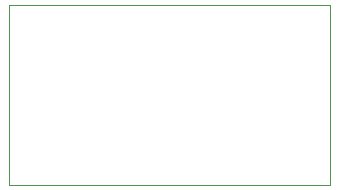
<source format=gbr>
%TF.GenerationSoftware,KiCad,Pcbnew,(6.0.5)*%
%TF.CreationDate,2022-07-17T01:21:54-05:00*%
%TF.ProjectId,ADS1219,41445331-3231-4392-9e6b-696361645f70,4*%
%TF.SameCoordinates,Original*%
%TF.FileFunction,Profile,NP*%
%FSLAX46Y46*%
G04 Gerber Fmt 4.6, Leading zero omitted, Abs format (unit mm)*
G04 Created by KiCad (PCBNEW (6.0.5)) date 2022-07-17 01:21:54*
%MOMM*%
%LPD*%
G01*
G04 APERTURE LIST*
%TA.AperFunction,Profile*%
%ADD10C,0.100000*%
%TD*%
G04 APERTURE END LIST*
D10*
X158000000Y-74000000D02*
X185194000Y-74000000D01*
X185194000Y-74000000D02*
X185194000Y-89240000D01*
X185194000Y-89240000D02*
X158000000Y-89240000D01*
X158000000Y-89240000D02*
X158000000Y-74000000D01*
M02*

</source>
